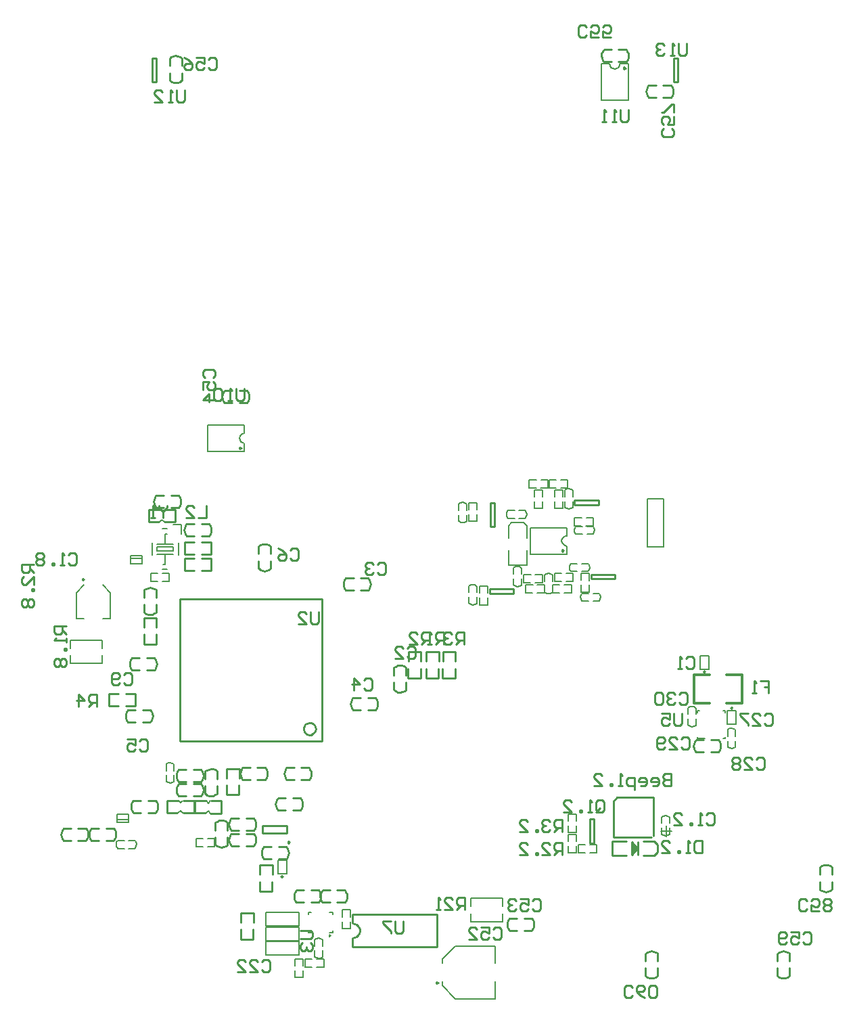
<source format=gbo>
G04*
G04 #@! TF.GenerationSoftware,Altium Limited,Altium Designer,20.1.11 (218)*
G04*
G04 Layer_Color=32896*
%FSLAX25Y25*%
%MOIN*%
G70*
G04*
G04 #@! TF.SameCoordinates,1E5C8DF0-0C21-4807-87EA-DBAC22A10C90*
G04*
G04*
G04 #@! TF.FilePolarity,Positive*
G04*
G01*
G75*
%ADD10C,0.00787*%
%ADD11C,0.01000*%
%ADD12C,0.00800*%
%ADD13C,0.00700*%
%ADD15C,0.01200*%
%ADD79C,0.00600*%
%ADD157C,0.00984*%
D10*
X-41520Y-862D02*
X-42270Y-429D01*
Y-1295D01*
X-41520Y-862D01*
X95868Y428477D02*
X96059Y427521D01*
X96601Y426709D01*
X97412Y426167D01*
X98369Y425977D01*
X99325Y426167D01*
X100136Y426709D01*
X100678Y427521D01*
X100868Y428477D01*
X74800Y196100D02*
X73843Y195910D01*
X73032Y195368D01*
X72490Y194557D01*
X72300Y193600D01*
X72490Y192643D01*
X73032Y191832D01*
X73843Y191290D01*
X74800Y191100D01*
X-84023Y246616D02*
X-84979Y246426D01*
X-85791Y245884D01*
X-86332Y245073D01*
X-86523Y244116D01*
X-86332Y243159D01*
X-85791Y242348D01*
X-84979Y241806D01*
X-84023Y241616D01*
X-166965Y155333D02*
X-163028D01*
X-166965D02*
Y168030D01*
X-163028Y171967D01*
X-153972Y155333D02*
X-150035D01*
Y168030D01*
X-153972Y171967D02*
X-150035Y168030D01*
X-154043Y133181D02*
Y137197D01*
X-169988Y140740D02*
Y144756D01*
X-154043Y140740D02*
Y144756D01*
X-169988Y133181D02*
Y137197D01*
Y144756D02*
X-154043Y144756D01*
X-169988Y133181D02*
X-154043D01*
X-52425Y9638D02*
Y10559D01*
Y716D02*
Y1638D01*
X-40614Y9638D02*
Y10559D01*
Y716D02*
Y1638D01*
X-42020Y10559D02*
X-40614D01*
X-52425D02*
X-51020D01*
X-42020Y716D02*
X-40614D01*
X-52425D02*
X-51020D01*
X-73631Y3347D02*
X-57095D01*
Y-3347D02*
Y3347D01*
X-73631Y-3347D02*
Y3347D01*
Y-3347D02*
X-57095D01*
X43268Y5933D02*
Y9949D01*
X27323Y13492D02*
Y17508D01*
X43268Y13492D02*
Y17508D01*
X27323Y5933D02*
Y9949D01*
Y17508D02*
X43268Y17508D01*
X27323Y5933D02*
X43268D01*
X151795Y96288D02*
X152779D01*
X139197D02*
Y97076D01*
Y96288D02*
X142839D01*
X152779D02*
Y97076D01*
Y109084D02*
Y109871D01*
X151795D02*
X152779D01*
X139197Y109084D02*
Y109871D01*
X139197D02*
X140181D01*
X91957Y428477D02*
X95868D01*
X100905Y428457D02*
X105047D01*
Y410448D02*
Y428457D01*
X91937Y410448D02*
X105047D01*
X91937D02*
Y428457D01*
X55000Y181500D02*
Y189000D01*
X46000Y181500D02*
Y189000D01*
X55000Y195000D02*
Y201000D01*
X46000Y195000D02*
Y201000D01*
Y181500D02*
X55000D01*
X47500Y202500D02*
X53500D01*
X46000Y201000D02*
X47500Y202500D01*
X53500D02*
X55000Y201000D01*
X56771Y200031D02*
X74779D01*
X56771Y186921D02*
Y200031D01*
Y186921D02*
X74779D01*
Y191064D01*
X74800Y196100D02*
Y200011D01*
X-140156Y184980D02*
X-134644Y184980D01*
X-140156Y186161D02*
X-134644D01*
X-140156Y182224D02*
X-134644D01*
Y186161D01*
X-140156Y182224D02*
Y186161D01*
X39429Y-31992D02*
Y-23528D01*
X19941Y-31992D02*
X39429D01*
X13445Y-25496D02*
X19941Y-31992D01*
X13445Y-25496D02*
Y-23528D01*
X39429Y-14472D02*
Y-6008D01*
X19941D02*
X39429D01*
X13445Y-12504D02*
X19941Y-6008D01*
X13445Y-14472D02*
Y-12504D01*
X-73631Y-10346D02*
X-57095D01*
X-73631D02*
Y-3653D01*
X-57095Y-10346D02*
Y-3653D01*
X-73631D02*
X-57095D01*
X-73631Y4050D02*
X-57095D01*
X-73631D02*
Y10743D01*
X-57095Y4050D02*
Y10743D01*
X-73631D02*
X-57095D01*
X-146756Y56168D02*
X-141244Y56168D01*
X-146756Y54987D02*
X-141244D01*
X-146756Y58924D02*
X-141244D01*
X-146756Y54987D02*
Y58924D01*
X-141244Y54987D02*
Y58924D01*
X-102052Y250547D02*
X-84043D01*
X-102052Y237437D02*
Y250547D01*
Y237437D02*
X-84043D01*
Y241580D01*
X-84023Y246616D02*
Y250527D01*
D11*
X-49000Y101000D02*
X-49163Y101974D01*
X-49633Y102843D01*
X-50359Y103512D01*
X-51263Y103908D01*
X-52248Y103990D01*
X-53205Y103747D01*
X-54032Y103207D01*
X-54638Y102428D01*
X-54959Y101494D01*
Y100506D01*
X-54638Y99572D01*
X-54032Y98793D01*
X-53205Y98253D01*
X-52248Y98010D01*
X-51263Y98092D01*
X-50359Y98488D01*
X-49633Y99157D01*
X-49163Y100026D01*
X-49000Y101000D01*
X-34200Y175210D02*
X-34770Y174320D01*
X-35120Y173324D01*
X-35233Y172273D01*
X-35101Y171224D01*
X-34733Y170234D01*
X-34148Y169354D01*
X-23000Y169410D02*
X-22430Y170300D01*
X-22080Y171297D01*
X-21967Y172347D01*
X-22099Y173396D01*
X-22467Y174386D01*
X-23052Y175266D01*
X-77010Y179800D02*
X-76120Y179230D01*
X-75124Y178880D01*
X-74073Y178767D01*
X-73024Y178899D01*
X-72034Y179267D01*
X-71154Y179852D01*
X-71210Y191000D02*
X-72100Y191570D01*
X-73097Y191920D01*
X-74147Y192033D01*
X-75196Y191901D01*
X-76186Y191533D01*
X-77066Y190948D01*
X-128300Y130053D02*
X-127730Y130943D01*
X-127380Y131939D01*
X-127267Y132990D01*
X-127399Y134038D01*
X-127767Y135029D01*
X-128352Y135908D01*
X-139500Y135853D02*
X-140070Y134963D01*
X-140420Y133966D01*
X-140533Y132915D01*
X-140401Y131867D01*
X-140033Y130877D01*
X-139448Y129997D01*
X-130300Y104462D02*
X-129730Y105352D01*
X-129380Y106349D01*
X-129267Y107399D01*
X-129399Y108448D01*
X-129767Y109438D01*
X-130352Y110318D01*
X-141500Y110262D02*
X-142070Y109372D01*
X-142420Y108376D01*
X-142533Y107325D01*
X-142401Y106277D01*
X-142033Y105286D01*
X-141448Y104406D01*
X-52225Y76100D02*
X-51656Y76990D01*
X-51305Y77987D01*
X-51192Y79037D01*
X-51324Y80086D01*
X-51692Y81076D01*
X-52277Y81956D01*
X-63425Y81900D02*
X-63995Y81010D01*
X-64345Y80013D01*
X-64458Y78963D01*
X-64327Y77914D01*
X-63958Y76924D01*
X-63373Y76044D01*
X-30766Y-1925D02*
X-29768Y-1782D01*
X-28850Y-1363D01*
X-28088Y-702D01*
X-27543Y146D01*
X-27259Y1114D01*
Y2122D01*
X-27543Y3090D01*
X-28088Y3939D01*
X-28850Y4599D01*
X-29768Y5018D01*
X-30766Y5161D01*
X138276Y95400D02*
X137707Y94510D01*
X137356Y93513D01*
X137244Y92463D01*
X137375Y91414D01*
X137743Y90424D01*
X138329Y89544D01*
X149476Y89600D02*
X150046Y90490D01*
X150397Y91487D01*
X150509Y92537D01*
X150378Y93586D01*
X150010Y94576D01*
X149424Y95456D01*
X103668Y426377D02*
X102919Y426810D01*
Y425944D01*
X103668Y426377D01*
X73200Y188800D02*
X72450Y189233D01*
Y188367D01*
X73200Y188800D01*
X-10299Y120016D02*
X-9409Y119446D01*
X-8412Y119096D01*
X-7362Y118983D01*
X-6313Y119114D01*
X-5323Y119483D01*
X-4443Y120068D01*
X-4499Y131216D02*
X-5389Y131785D01*
X-6386Y132136D01*
X-7436Y132248D01*
X-8485Y132117D01*
X-9475Y131749D01*
X-10355Y131164D01*
X46374Y7652D02*
X45804Y6762D01*
X45454Y5765D01*
X45341Y4715D01*
X45473Y3666D01*
X45841Y2676D01*
X46426Y1796D01*
X57574Y1852D02*
X58144Y2742D01*
X58494Y3739D01*
X58607Y4789D01*
X58475Y5838D01*
X58107Y6828D01*
X57522Y7708D01*
X-74500Y42788D02*
X-75070Y41898D01*
X-75420Y40901D01*
X-75533Y39851D01*
X-75401Y38802D01*
X-75033Y37812D01*
X-74448Y36932D01*
X-63300Y36988D02*
X-62730Y37878D01*
X-62380Y38875D01*
X-62267Y39925D01*
X-62399Y40974D01*
X-62767Y41964D01*
X-63352Y42844D01*
X-61850Y45180D02*
X-62600Y45613D01*
Y44747D01*
X-61850Y45180D01*
X-56500Y60962D02*
X-55930Y61852D01*
X-55580Y62849D01*
X-55467Y63899D01*
X-55599Y64948D01*
X-55967Y65938D01*
X-56552Y66818D01*
X-67700Y66762D02*
X-68270Y65872D01*
X-68620Y64875D01*
X-68733Y63825D01*
X-68601Y62776D01*
X-68233Y61786D01*
X-67648Y60906D01*
X178600Y-20761D02*
X179490Y-21330D01*
X180487Y-21681D01*
X181537Y-21793D01*
X182586Y-21662D01*
X183576Y-21294D01*
X184456Y-20708D01*
X184400Y-9561D02*
X183510Y-8991D01*
X182513Y-8640D01*
X181463Y-8528D01*
X180414Y-8659D01*
X179424Y-9027D01*
X178544Y-9613D01*
X113600Y-20761D02*
X114490Y-21330D01*
X115487Y-21681D01*
X116537Y-21793D01*
X117586Y-21662D01*
X118576Y-21294D01*
X119456Y-20708D01*
X119400Y-9561D02*
X118510Y-8991D01*
X117513Y-8640D01*
X116463Y-8528D01*
X115414Y-8659D01*
X114424Y-9027D01*
X113544Y-9613D01*
X-116500Y210100D02*
X-115930Y210990D01*
X-115580Y211987D01*
X-115467Y213037D01*
X-115599Y214086D01*
X-115967Y215076D01*
X-116552Y215956D01*
X-127700Y215900D02*
X-128270Y215010D01*
X-128620Y214013D01*
X-128733Y212963D01*
X-128601Y211914D01*
X-128233Y210924D01*
X-127648Y210044D01*
X-116575Y73748D02*
X-117145Y72858D01*
X-117495Y71862D01*
X-117607Y70811D01*
X-117476Y69762D01*
X-117108Y68772D01*
X-116523Y67893D01*
X-105375Y67948D02*
X-104805Y68838D01*
X-104455Y69835D01*
X-104342Y70886D01*
X-104473Y71934D01*
X-104842Y72924D01*
X-105427Y73804D01*
X-116575Y80900D02*
X-117145Y80010D01*
X-117495Y79013D01*
X-117607Y77963D01*
X-117476Y76914D01*
X-117108Y75924D01*
X-116523Y75044D01*
X-105375Y75100D02*
X-104805Y75990D01*
X-104455Y76987D01*
X-104342Y78037D01*
X-104473Y79086D01*
X-104842Y80076D01*
X-105427Y80956D01*
X-103340Y69000D02*
X-102450Y68430D01*
X-101453Y68080D01*
X-100403Y67967D01*
X-99354Y68099D01*
X-98364Y68467D01*
X-97484Y69052D01*
X-97540Y80200D02*
X-98430Y80770D01*
X-99427Y81120D01*
X-100477Y81233D01*
X-101526Y81101D01*
X-102516Y80733D01*
X-103396Y80148D01*
X-101500Y196100D02*
X-100930Y196990D01*
X-100580Y197987D01*
X-100467Y199037D01*
X-100599Y200086D01*
X-100967Y201076D01*
X-101552Y201956D01*
X-112700Y201900D02*
X-113270Y201010D01*
X-113620Y200013D01*
X-113733Y198963D01*
X-113601Y197914D01*
X-113233Y196924D01*
X-112648Y196044D01*
X-34567Y15600D02*
X-33997Y16490D01*
X-33647Y17487D01*
X-33534Y18537D01*
X-33665Y19586D01*
X-34034Y20576D01*
X-34619Y21456D01*
X-45767Y21400D02*
X-46337Y20510D01*
X-46687Y19513D01*
X-46800Y18463D01*
X-46668Y17414D01*
X-46300Y16424D01*
X-45715Y15544D01*
X-47400Y15600D02*
X-46830Y16490D01*
X-46480Y17487D01*
X-46367Y18537D01*
X-46499Y19586D01*
X-46867Y20576D01*
X-47452Y21456D01*
X-58600Y21400D02*
X-59170Y20510D01*
X-59520Y19513D01*
X-59633Y18463D01*
X-59501Y17414D01*
X-59133Y16424D01*
X-58548Y15544D01*
X199600Y21739D02*
X200490Y21170D01*
X201487Y20819D01*
X202537Y20707D01*
X203586Y20838D01*
X204576Y21206D01*
X205456Y21792D01*
X205400Y32939D02*
X204510Y33509D01*
X203513Y33860D01*
X202463Y33972D01*
X201414Y33841D01*
X200424Y33473D01*
X199544Y32887D01*
X-85079Y81900D02*
X-85648Y81010D01*
X-85999Y80013D01*
X-86111Y78963D01*
X-85980Y77914D01*
X-85612Y76924D01*
X-85027Y76044D01*
X-73879Y76100D02*
X-73309Y76990D01*
X-72959Y77987D01*
X-72846Y79037D01*
X-72977Y80086D01*
X-73346Y81076D01*
X-73931Y81956D01*
X-19503Y110368D02*
X-18933Y111258D01*
X-18583Y112254D01*
X-18470Y113305D01*
X-18602Y114354D01*
X-18970Y115344D01*
X-19555Y116223D01*
X-30703Y116168D02*
X-31273Y115278D01*
X-31623Y114281D01*
X-31736Y113230D01*
X-31604Y112182D01*
X-31236Y111192D01*
X-30651Y110312D01*
X-127600Y169512D02*
X-128490Y170081D01*
X-129487Y170432D01*
X-130537Y170545D01*
X-131586Y170413D01*
X-132576Y170045D01*
X-133456Y169460D01*
X-133400Y158312D02*
X-132510Y157742D01*
X-131513Y157392D01*
X-130463Y157279D01*
X-129414Y157410D01*
X-128424Y157779D01*
X-127544Y158364D01*
X-79500Y51100D02*
X-78930Y51990D01*
X-78580Y52987D01*
X-78467Y54037D01*
X-78599Y55086D01*
X-78967Y56076D01*
X-79552Y56956D01*
X-90700Y56900D02*
X-91270Y56010D01*
X-91620Y55013D01*
X-91733Y53963D01*
X-91601Y52914D01*
X-91233Y51924D01*
X-90648Y51044D01*
X-79500Y43514D02*
X-78930Y44404D01*
X-78580Y45401D01*
X-78467Y46451D01*
X-78599Y47500D01*
X-78967Y48490D01*
X-79552Y49370D01*
X-90700Y49314D02*
X-91270Y48424D01*
X-91620Y47427D01*
X-91733Y46377D01*
X-91601Y45328D01*
X-91233Y44338D01*
X-90648Y43458D01*
X-159600Y51932D02*
X-160170Y51042D01*
X-160520Y50045D01*
X-160633Y48994D01*
X-160501Y47946D01*
X-160133Y46955D01*
X-159548Y46076D01*
X-148400Y46132D02*
X-147830Y47022D01*
X-147480Y48018D01*
X-147367Y49069D01*
X-147499Y50117D01*
X-147867Y51108D01*
X-148452Y51987D01*
X-92511Y54893D02*
X-93401Y55463D01*
X-94398Y55813D01*
X-95448Y55926D01*
X-96497Y55795D01*
X-97487Y55426D01*
X-98367Y54841D01*
X-98311Y43693D02*
X-97421Y43123D01*
X-96424Y42773D01*
X-95374Y42660D01*
X-94325Y42792D01*
X-93335Y43160D01*
X-92455Y43745D01*
X-173316Y51932D02*
X-173886Y51042D01*
X-174236Y50045D01*
X-174349Y48994D01*
X-174217Y47946D01*
X-173849Y46955D01*
X-173264Y46076D01*
X-162116Y46132D02*
X-161546Y47022D01*
X-161196Y48018D01*
X-161083Y49069D01*
X-161215Y50117D01*
X-161583Y51108D01*
X-162168Y51987D01*
X-127753Y59862D02*
X-127183Y60752D01*
X-126833Y61749D01*
X-126720Y62800D01*
X-126852Y63848D01*
X-127220Y64838D01*
X-127805Y65718D01*
X-138953Y65662D02*
X-139523Y64772D01*
X-139873Y63776D01*
X-139986Y62725D01*
X-139854Y61677D01*
X-139486Y60686D01*
X-138901Y59807D01*
X126172Y412100D02*
X126742Y412990D01*
X127093Y413987D01*
X127205Y415037D01*
X127074Y416086D01*
X126706Y417076D01*
X126120Y417956D01*
X114972Y417900D02*
X114403Y417010D01*
X114052Y416013D01*
X113940Y414963D01*
X114071Y413914D01*
X114439Y412924D01*
X115025Y412044D01*
X-94027Y267400D02*
X-94596Y266510D01*
X-94947Y265513D01*
X-95060Y264463D01*
X-94928Y263414D01*
X-94560Y262424D01*
X-93975Y261544D01*
X-82827Y261600D02*
X-82257Y262490D01*
X-81907Y263487D01*
X-81794Y264537D01*
X-81925Y265586D01*
X-82294Y266576D01*
X-82879Y267456D01*
X-115100Y431440D02*
X-115990Y432010D01*
X-116987Y432360D01*
X-118037Y432473D01*
X-119086Y432342D01*
X-120076Y431973D01*
X-120956Y431388D01*
X-120900Y420240D02*
X-120010Y419670D01*
X-119013Y419320D01*
X-117963Y419207D01*
X-116914Y419339D01*
X-115924Y419707D01*
X-115044Y420292D01*
X92900Y435400D02*
X92330Y434510D01*
X91980Y433513D01*
X91867Y432463D01*
X91999Y431414D01*
X92367Y430424D01*
X92952Y429544D01*
X104100Y429600D02*
X104670Y430490D01*
X105020Y431487D01*
X105133Y432537D01*
X105001Y433586D01*
X104633Y434576D01*
X104048Y435456D01*
X-85623Y239316D02*
X-86373Y239749D01*
Y238883D01*
X-85623Y239316D01*
X-129563Y419594D02*
X-127437D01*
X-129563Y431405D02*
X-127437D01*
Y419594D02*
Y431405D01*
X-129563Y419594D02*
Y431405D01*
X-46000Y94993D02*
Y165000D01*
X-116000Y94993D02*
X-46000D01*
X-116000D02*
Y165000D01*
X-46000D01*
X-26800Y169310D02*
X-23100D01*
X-26800Y175310D02*
X-23100D01*
X-34100D02*
X-30300D01*
X-34000Y169310D02*
X-30300D01*
X-118129Y203000D02*
Y209000D01*
X-131229Y203000D02*
Y209100D01*
X-123389Y203000D02*
X-118129D01*
X-123369Y209000D02*
X-118129D01*
X-131229Y209100D02*
X-125959D01*
X-131229Y203000D02*
X-126219D01*
X-71110Y187200D02*
Y190900D01*
X-77110Y187200D02*
Y190900D01*
Y179900D02*
Y183700D01*
X-71110Y180000D02*
Y183700D01*
X-133500Y142738D02*
X-127500D01*
X-133500Y155638D02*
X-127400D01*
X-133500Y142738D02*
Y147438D01*
X-127500Y142738D02*
Y147438D01*
X-127400Y150938D02*
Y155638D01*
X-133500Y150938D02*
Y155638D01*
X-139400Y135953D02*
X-135700D01*
X-139400Y129953D02*
X-135700D01*
X-132200D02*
X-128400D01*
X-132200Y135953D02*
X-128500D01*
X-137877Y112236D02*
Y118236D01*
X-150777Y112236D02*
Y118336D01*
X-142577Y112236D02*
X-137877D01*
X-142577Y118236D02*
X-137877D01*
X-150777Y118336D02*
X-146077D01*
X-150777Y112236D02*
X-146077D01*
X-141400Y110362D02*
X-137700D01*
X-141400Y104362D02*
X-137700D01*
X-134200D02*
X-130400D01*
X-134200Y110362D02*
X-130500D01*
X-63325Y82000D02*
X-59625D01*
X-63325Y76000D02*
X-59625D01*
X-56125D02*
X-52325D01*
X-56125Y82000D02*
X-52425D01*
X-92730Y68472D02*
X-86730D01*
X-92730Y81372D02*
X-86630D01*
X-92730Y68472D02*
Y73172D01*
X-86730Y68472D02*
Y73172D01*
X-86630Y76672D02*
Y81372D01*
X-92730Y76672D02*
Y81372D01*
X-108993Y59500D02*
Y65500D01*
X-122093Y59500D02*
Y65600D01*
X-114253Y59500D02*
X-108993D01*
X-114233Y65500D02*
X-108993D01*
X-122093Y65600D02*
X-116823D01*
X-122093Y59500D02*
X-117083D01*
X-76374Y20940D02*
X-70374D01*
X-76374Y33839D02*
X-70274D01*
X-76374Y20940D02*
Y25640D01*
X-70374Y20940D02*
Y25640D01*
X-70274Y29140D02*
Y33839D01*
X-76374Y29140D02*
Y33839D01*
X-85689Y-2586D02*
X-79689D01*
X-85689Y10314D02*
X-79589D01*
X-85689Y-2586D02*
Y2114D01*
X-79689Y-2586D02*
Y2114D01*
X-79589Y5614D02*
Y10314D01*
X-85689Y5614D02*
Y10314D01*
X-30905Y5161D02*
Y9454D01*
X10961D01*
Y-6379D02*
Y9454D01*
X-30766Y-6379D02*
X10961D01*
X-30766D02*
Y-1925D01*
X145676Y89500D02*
X149376D01*
X145676Y95500D02*
X149376D01*
X138376D02*
X142176D01*
X138476Y89500D02*
X142176D01*
X127437Y431405D02*
X129563D01*
X127437Y419594D02*
X129563D01*
X127437D02*
Y431405D01*
X129563Y419594D02*
Y431405D01*
X86695Y174894D02*
Y177020D01*
X98506Y174894D02*
Y177020D01*
X86695Y174894D02*
X98506D01*
X86695Y177020D02*
X98506D01*
X36696Y167752D02*
Y169878D01*
X48507Y167752D02*
Y169878D01*
X36696Y167752D02*
X48507D01*
X36696Y169878D02*
X48507D01*
X78594Y211409D02*
Y213535D01*
X90405Y211409D02*
Y213535D01*
X78594Y211409D02*
X90405D01*
X78594Y213535D02*
X90405D01*
X37010Y212374D02*
X39136D01*
X37010Y200563D02*
X39136D01*
X37010D02*
Y212374D01*
X39136Y200563D02*
Y212374D01*
X-10399Y127316D02*
Y131016D01*
X-4399Y127316D02*
Y131116D01*
Y120116D02*
Y123816D01*
X-10399Y120116D02*
Y123816D01*
X5629Y134247D02*
Y138947D01*
X11728Y134247D02*
Y138947D01*
X11628Y126047D02*
Y130747D01*
X5629Y126047D02*
Y130747D01*
Y138947D02*
X11728D01*
X5629Y126047D02*
X11628D01*
X2702D02*
Y130747D01*
X-3398Y126047D02*
Y130747D01*
X-3298Y134247D02*
Y138947D01*
X2702Y134247D02*
Y138947D01*
X-3398Y126047D02*
X2702D01*
X-3298Y138947D02*
X2702D01*
X19700Y126047D02*
Y130747D01*
X13600Y126047D02*
Y130747D01*
X13700Y134247D02*
Y138947D01*
X19700Y134247D02*
Y138947D01*
X13600Y126047D02*
X19700D01*
X13700Y138947D02*
X19700D01*
X53674Y7752D02*
X57374D01*
X53674Y1752D02*
X57474D01*
X46474D02*
X50174D01*
X46474Y7752D02*
X50174D01*
X-67200Y42888D02*
X-63500D01*
X-67200Y36888D02*
X-63400D01*
X-74400D02*
X-70700D01*
X-74400Y42888D02*
X-70700D01*
X-75146Y49708D02*
Y53251D01*
X-63335Y49708D02*
Y53251D01*
X-75146Y49708D02*
X-63335D01*
X-75146Y53251D02*
X-63335D01*
X-67500Y60862D02*
X-63800D01*
X-67600Y66862D02*
X-63800D01*
X-60300D02*
X-56600D01*
X-60300Y60862D02*
X-56600D01*
X184500Y-13361D02*
Y-9661D01*
X178500Y-13361D02*
Y-9661D01*
Y-20661D02*
Y-16860D01*
X184500Y-20561D02*
Y-16860D01*
X119500Y-13361D02*
Y-9661D01*
X113500Y-13361D02*
Y-9661D01*
Y-20661D02*
Y-16860D01*
X119500Y-20561D02*
Y-16860D01*
X-127500Y210000D02*
X-123800D01*
X-127600Y216000D02*
X-123800D01*
X-120300D02*
X-116600D01*
X-120300Y210000D02*
X-116600D01*
X-109275Y73848D02*
X-105575D01*
X-109275Y67848D02*
X-105475D01*
X-116475D02*
X-112775D01*
X-116475Y73848D02*
X-112775D01*
X-109275Y81000D02*
X-105575D01*
X-109275Y75000D02*
X-105475D01*
X-116475D02*
X-112775D01*
X-116475Y81000D02*
X-112775D01*
X-100428Y65500D02*
X-95418D01*
X-100688Y59400D02*
X-95418D01*
X-108518Y59500D02*
X-103278D01*
X-108518Y65500D02*
X-103258D01*
X-95418Y59400D02*
Y65500D01*
X-108518Y59500D02*
Y65500D01*
X-103440Y76300D02*
Y80000D01*
X-97440Y76300D02*
Y80100D01*
Y69100D02*
Y72800D01*
X-103440Y69100D02*
Y72800D01*
X-112500Y196000D02*
X-108800D01*
X-112600Y202000D02*
X-108800D01*
X-105300D02*
X-101600D01*
X-105300Y196000D02*
X-101600D01*
X-113500Y187000D02*
X-108800D01*
X-113500Y193100D02*
X-108800D01*
X-105300Y193000D02*
X-100600D01*
X-105300Y187000D02*
X-100600D01*
X-113500D02*
Y193100D01*
X-100600Y187000D02*
Y193000D01*
X-45567Y15500D02*
X-41867D01*
X-45667Y21500D02*
X-41867D01*
X-38367D02*
X-34667D01*
X-38367Y15500D02*
X-34667D01*
X-58400D02*
X-54700D01*
X-58500Y21500D02*
X-54700D01*
X-51200D02*
X-47500D01*
X-51200Y15500D02*
X-47500D01*
X205500Y29140D02*
Y32840D01*
X199500Y29140D02*
Y32840D01*
Y21839D02*
Y25640D01*
X205500Y21939D02*
Y25640D01*
X97670Y47605D02*
Y65323D01*
X99637Y67290D01*
X117355D01*
X97670Y47605D02*
X116568D01*
X117355Y48392D02*
Y67290D01*
X108301Y42000D02*
Y43000D01*
Y41000D02*
Y42000D01*
Y41000D02*
X109301Y42000D01*
X107401Y43700D02*
X109301Y42000D01*
X107301Y39800D02*
X107401Y43700D01*
X119501Y40200D02*
Y43800D01*
X117801Y38500D02*
X119501Y40200D01*
X112551Y38500D02*
X117801D01*
X112551Y45500D02*
X117801D01*
X119501Y43800D01*
X109861Y38830D02*
Y45310D01*
X97301Y38500D02*
Y45500D01*
X104051D01*
X97301Y38500D02*
X104051D01*
X106661Y38950D02*
X109861Y42150D01*
X106661Y38950D02*
Y45120D01*
X109701Y42080D01*
X86066Y56466D02*
X88191D01*
X86066Y44655D02*
X88191D01*
X86066D02*
Y56466D01*
X88191Y44655D02*
Y56466D01*
X-77779Y82000D02*
X-74079D01*
X-77779Y76000D02*
X-73979D01*
X-84979D02*
X-81279D01*
X-84979Y82000D02*
X-81279D01*
X-30503Y110268D02*
X-26803D01*
X-30603Y116268D02*
X-26803D01*
X-23303D02*
X-19603D01*
X-23303Y110268D02*
X-19603D01*
X-127500Y158512D02*
Y162212D01*
X-133500Y158412D02*
Y162212D01*
Y165712D02*
Y169412D01*
X-127500Y165712D02*
Y169412D01*
X-90500Y51000D02*
X-86800D01*
X-90600Y57000D02*
X-86800D01*
X-83300D02*
X-79600D01*
X-83300Y51000D02*
X-79600D01*
X-90500Y43414D02*
X-86800D01*
X-90600Y49414D02*
X-86800D01*
X-83300D02*
X-79600D01*
X-83300Y43414D02*
X-79600D01*
X-152300Y52032D02*
X-148600D01*
X-152300Y46032D02*
X-148500D01*
X-159500D02*
X-155800D01*
X-159500Y52032D02*
X-155800D01*
X-92411Y43893D02*
Y47593D01*
X-98411Y43793D02*
Y47593D01*
Y51093D02*
Y54793D01*
X-92411Y51093D02*
Y54793D01*
X-166016Y52032D02*
X-162316D01*
X-166016Y46032D02*
X-162216D01*
X-173216D02*
X-169516D01*
X-173216Y52032D02*
X-169516D01*
X-138753Y59762D02*
X-135053D01*
X-138853Y65762D02*
X-135053D01*
X-131553D02*
X-127853D01*
X-131553Y59762D02*
X-127853D01*
X-105300Y185000D02*
X-100600D01*
X-105300Y178900D02*
X-100600D01*
X-113500Y179000D02*
X-108800D01*
X-113500Y185000D02*
X-108800D01*
X-100600Y178900D02*
Y185000D01*
X-113500Y179000D02*
Y185000D01*
X115072Y418000D02*
X118772D01*
X115072Y412000D02*
X118772D01*
X122272D02*
X126072D01*
X122272Y418000D02*
X125972D01*
X-86627Y261500D02*
X-82927D01*
X-86627Y267500D02*
X-82927D01*
X-93927D02*
X-90127D01*
X-93827Y261500D02*
X-90127D01*
X-121000Y420340D02*
Y424040D01*
X-115000Y420340D02*
Y424040D01*
Y427540D02*
Y431340D01*
X-121000Y427540D02*
Y431240D01*
X100300Y429500D02*
X104000D01*
X100300Y435500D02*
X104000D01*
X93000D02*
X96800D01*
X93100Y429500D02*
X96800D01*
X-113502Y415499D02*
Y410501D01*
X-114502Y409501D01*
X-116501D01*
X-117501Y410501D01*
Y415499D01*
X-119501Y409501D02*
X-121500D01*
X-120500D01*
Y415499D01*
X-119501Y414499D01*
X-128498Y409501D02*
X-124499D01*
X-128498Y413500D01*
Y414499D01*
X-127498Y415499D01*
X-125499D01*
X-124499Y414499D01*
X-47427Y158637D02*
Y153638D01*
X-48426Y152639D01*
X-50426D01*
X-51425Y153638D01*
Y158637D01*
X-57424Y152639D02*
X-53425D01*
X-57424Y156638D01*
Y157637D01*
X-56424Y158637D01*
X-54425D01*
X-53425Y157637D01*
X-18503Y181799D02*
X-17504Y182799D01*
X-15504D01*
X-14505Y181799D01*
Y177801D01*
X-15504Y176801D01*
X-17504D01*
X-18503Y177801D01*
X-20503Y181799D02*
X-21502Y182799D01*
X-23502D01*
X-24501Y181799D01*
Y180800D01*
X-23502Y179800D01*
X-22502D01*
X-23502D01*
X-24501Y178800D01*
Y177801D01*
X-23502Y176801D01*
X-21502D01*
X-20503Y177801D01*
X-103002Y210898D02*
Y204900D01*
X-107000D01*
X-112998D02*
X-109000D01*
X-112998Y208899D01*
Y209898D01*
X-111999Y210898D01*
X-109999D01*
X-109000Y209898D01*
X-61500Y188999D02*
X-60501Y189999D01*
X-58501D01*
X-57502Y188999D01*
Y185001D01*
X-58501Y184001D01*
X-60501D01*
X-61500Y185001D01*
X-67498Y189999D02*
X-65499Y188999D01*
X-63500Y187000D01*
Y185001D01*
X-64499Y184001D01*
X-66499D01*
X-67498Y185001D01*
Y186000D01*
X-66499Y187000D01*
X-63500D01*
X-188001Y181997D02*
X-193999D01*
Y178998D01*
X-192999Y177998D01*
X-191000D01*
X-190000Y178998D01*
Y181997D01*
Y179997D02*
X-188001Y177998D01*
Y172000D02*
Y175998D01*
X-192000Y172000D01*
X-192999D01*
X-193999Y173000D01*
Y174999D01*
X-192999Y175998D01*
X-188001Y170001D02*
X-189001D01*
Y169001D01*
X-188001D01*
Y170001D01*
X-192999Y165002D02*
X-193999Y164002D01*
Y162003D01*
X-192999Y161003D01*
X-192000D01*
X-191000Y162003D01*
X-190000Y161003D01*
X-189001D01*
X-188001Y162003D01*
Y164002D01*
X-189001Y165002D01*
X-190000D01*
X-191000Y164002D01*
X-192000Y165002D01*
X-192999D01*
X-191000Y164002D02*
Y162003D01*
X-171002Y186499D02*
X-170002Y187499D01*
X-168003D01*
X-167003Y186499D01*
Y182501D01*
X-168003Y181501D01*
X-170002D01*
X-171002Y182501D01*
X-173001Y181501D02*
X-175001D01*
X-174001D01*
Y187499D01*
X-173001Y186499D01*
X-178000Y181501D02*
Y182501D01*
X-178999D01*
Y181501D01*
X-178000D01*
X-182998Y186499D02*
X-183998Y187499D01*
X-185997D01*
X-186997Y186499D01*
Y185500D01*
X-185997Y184500D01*
X-186997Y183500D01*
Y182501D01*
X-185997Y181501D01*
X-183998D01*
X-182998Y182501D01*
Y183500D01*
X-183998Y184500D01*
X-182998Y185500D01*
Y186499D01*
X-183998Y184500D02*
X-185997D01*
X-172001Y151497D02*
X-177999D01*
Y148498D01*
X-176999Y147498D01*
X-175000D01*
X-174000Y148498D01*
Y151497D01*
Y149497D02*
X-172001Y147498D01*
Y145499D02*
Y143499D01*
Y144499D01*
X-177999D01*
X-176999Y145499D01*
X-172001Y140500D02*
X-173001D01*
Y139501D01*
X-172001D01*
Y140500D01*
X-176999Y135502D02*
X-177999Y134502D01*
Y132503D01*
X-176999Y131503D01*
X-176000D01*
X-175000Y132503D01*
X-174000Y131503D01*
X-173001D01*
X-172001Y132503D01*
Y134502D01*
X-173001Y135502D01*
X-174000D01*
X-175000Y134502D01*
X-176000Y135502D01*
X-176999D01*
X-175000Y134502D02*
Y132503D01*
X-143500Y127499D02*
X-142501Y128499D01*
X-140501D01*
X-139502Y127499D01*
Y123501D01*
X-140501Y122501D01*
X-142501D01*
X-143500Y123501D01*
X-145500D02*
X-146499Y122501D01*
X-148499D01*
X-149498Y123501D01*
Y127499D01*
X-148499Y128499D01*
X-146499D01*
X-145500Y127499D01*
Y126500D01*
X-146499Y125500D01*
X-149498D01*
X-157002Y112001D02*
Y117999D01*
X-160001D01*
X-161000Y116999D01*
Y115000D01*
X-160001Y114000D01*
X-157002D01*
X-159001D02*
X-161000Y112001D01*
X-165999D02*
Y117999D01*
X-163000Y115000D01*
X-166998D01*
X-136000Y94999D02*
X-135001Y95999D01*
X-133001D01*
X-132002Y94999D01*
Y91001D01*
X-133001Y90001D01*
X-135001D01*
X-136000Y91001D01*
X-141998Y95999D02*
X-138000D01*
Y93000D01*
X-139999Y94000D01*
X-140999D01*
X-141998Y93000D01*
Y91001D01*
X-140999Y90001D01*
X-138999D01*
X-138000Y91001D01*
X-56499Y1652D02*
X-51501D01*
X-50501Y652D01*
Y-1347D01*
X-51501Y-2347D01*
X-56499D01*
X-55499Y-4346D02*
X-56499Y-5346D01*
Y-7345D01*
X-55499Y-8345D01*
X-54500D01*
X-53500Y-7345D01*
Y-6346D01*
Y-7345D01*
X-52500Y-8345D01*
X-51501D01*
X-50501Y-7345D01*
Y-5346D01*
X-51501Y-4346D01*
X-6002Y6346D02*
Y1347D01*
X-7001Y347D01*
X-9001D01*
X-10000Y1347D01*
Y6346D01*
X-12000D02*
X-15998D01*
Y5346D01*
X-12000Y1347D01*
Y347D01*
X24498Y11778D02*
Y17776D01*
X21499D01*
X20499Y16777D01*
Y14777D01*
X21499Y13778D01*
X24498D01*
X22498D02*
X20499Y11778D01*
X14501D02*
X18500D01*
X14501Y15777D01*
Y16777D01*
X15501Y17776D01*
X17500D01*
X18500Y16777D01*
X12502Y11778D02*
X10502D01*
X11502D01*
Y17776D01*
X12502Y16777D01*
X143599Y58465D02*
X144599Y59465D01*
X146598D01*
X147598Y58465D01*
Y54466D01*
X146598Y53467D01*
X144599D01*
X143599Y54466D01*
X141600Y53467D02*
X139600D01*
X140600D01*
Y59465D01*
X141600Y58465D01*
X136601Y53467D02*
Y54466D01*
X135602D01*
Y53467D01*
X136601D01*
X127604D02*
X131603D01*
X127604Y57465D01*
Y58465D01*
X128604Y59465D01*
X130603D01*
X131603Y58465D01*
X130175Y117999D02*
X131175Y118999D01*
X133174D01*
X134174Y117999D01*
Y114001D01*
X133174Y113001D01*
X131175D01*
X130175Y114001D01*
X128176Y117999D02*
X127176Y118999D01*
X125177D01*
X124177Y117999D01*
Y117000D01*
X125177Y116000D01*
X126177D01*
X125177D01*
X124177Y115000D01*
Y114001D01*
X125177Y113001D01*
X127176D01*
X128176Y114001D01*
X122178Y117999D02*
X121178Y118999D01*
X119179D01*
X118179Y117999D01*
Y114001D01*
X119179Y113001D01*
X121178D01*
X122178Y114001D01*
Y117999D01*
X131405Y108499D02*
Y103501D01*
X130405Y102501D01*
X128406D01*
X127406Y103501D01*
Y108499D01*
X121408D02*
X125407D01*
Y105500D01*
X123408Y106500D01*
X122408D01*
X121408Y105500D01*
Y103501D01*
X122408Y102501D01*
X124407D01*
X125407Y103501D01*
X130999Y95999D02*
X131998Y96999D01*
X133998D01*
X134997Y95999D01*
Y92001D01*
X133998Y91001D01*
X131998D01*
X130999Y92001D01*
X125001Y91001D02*
X128999D01*
X125001Y95000D01*
Y95999D01*
X126000Y96999D01*
X128000D01*
X128999Y95999D01*
X123001Y92001D02*
X122002Y91001D01*
X120002D01*
X119003Y92001D01*
Y95999D01*
X120002Y96999D01*
X122002D01*
X123001Y95999D01*
Y95000D01*
X122002Y94000D01*
X119003D01*
X133500Y135499D02*
X134500Y136499D01*
X136499D01*
X137499Y135499D01*
Y131501D01*
X136499Y130501D01*
X134500D01*
X133500Y131501D01*
X131501Y130501D02*
X129501D01*
X130501D01*
Y136499D01*
X131501Y135499D01*
X170000Y124499D02*
X173999D01*
Y121500D01*
X171999D01*
X173999D01*
Y118501D01*
X168001D02*
X166001D01*
X167001D01*
Y124499D01*
X168001Y123499D01*
X167999Y85999D02*
X168998Y86999D01*
X170998D01*
X171997Y85999D01*
Y82001D01*
X170998Y81001D01*
X168998D01*
X167999Y82001D01*
X162001Y81001D02*
X165999D01*
X162001Y85000D01*
Y85999D01*
X163000Y86999D01*
X165000D01*
X165999Y85999D01*
X160001D02*
X159002Y86999D01*
X157002D01*
X156003Y85999D01*
Y85000D01*
X157002Y84000D01*
X156003Y83000D01*
Y82001D01*
X157002Y81001D01*
X159002D01*
X160001Y82001D01*
Y83000D01*
X159002Y84000D01*
X160001Y85000D01*
Y85999D01*
X159002Y84000D02*
X157002D01*
X171999Y107499D02*
X172998Y108499D01*
X174998D01*
X175997Y107499D01*
Y103501D01*
X174998Y102501D01*
X172998D01*
X171999Y103501D01*
X166001Y102501D02*
X169999D01*
X166001Y106500D01*
Y107499D01*
X167000Y108499D01*
X169000D01*
X169999Y107499D01*
X164001Y108499D02*
X160003D01*
Y107499D01*
X164001Y103501D01*
Y102501D01*
X133670Y438499D02*
Y433501D01*
X132670Y432501D01*
X130671D01*
X129671Y433501D01*
Y438499D01*
X127672Y432501D02*
X125673D01*
X126672D01*
Y438499D01*
X127672Y437499D01*
X122674D02*
X121674Y438499D01*
X119675D01*
X118675Y437499D01*
Y436500D01*
X119675Y435500D01*
X120674D01*
X119675D01*
X118675Y434500D01*
Y433501D01*
X119675Y432501D01*
X121674D01*
X122674Y433501D01*
X104998Y405999D02*
Y401001D01*
X103998Y400001D01*
X101999D01*
X100999Y401001D01*
Y405999D01*
X99000Y400001D02*
X97000D01*
X98000D01*
Y405999D01*
X99000Y404999D01*
X94001Y400001D02*
X92002D01*
X93002D01*
Y405999D01*
X94001Y404999D01*
X106998Y-30298D02*
X105998Y-31298D01*
X103999D01*
X102999Y-30298D01*
Y-26300D01*
X103999Y-25300D01*
X105998D01*
X106998Y-26300D01*
X112996Y-31298D02*
X110996Y-30298D01*
X108997Y-28299D01*
Y-26300D01*
X109997Y-25300D01*
X111996D01*
X112996Y-26300D01*
Y-27299D01*
X111996Y-28299D01*
X108997D01*
X114995Y-30298D02*
X115995Y-31298D01*
X117994D01*
X118994Y-30298D01*
Y-26300D01*
X117994Y-25300D01*
X115995D01*
X114995Y-26300D01*
Y-30298D01*
X191002Y-23D02*
X192002Y977D01*
X194001D01*
X195001Y-23D01*
Y-4021D01*
X194001Y-5021D01*
X192002D01*
X191002Y-4021D01*
X185004Y977D02*
X189003D01*
Y-2022D01*
X187004Y-1022D01*
X186004D01*
X185004Y-2022D01*
Y-4021D01*
X186004Y-5021D01*
X188003D01*
X189003Y-4021D01*
X183005D02*
X182005Y-5021D01*
X180006D01*
X179006Y-4021D01*
Y-23D01*
X180006Y977D01*
X182005D01*
X183005Y-23D01*
Y-1022D01*
X182005Y-2022D01*
X179006D01*
X192998Y12202D02*
X191998Y11202D01*
X189999D01*
X188999Y12202D01*
Y16200D01*
X189999Y17200D01*
X191998D01*
X192998Y16200D01*
X198996Y11202D02*
X194997D01*
Y14201D01*
X196996Y13201D01*
X197996D01*
X198996Y14201D01*
Y16200D01*
X197996Y17200D01*
X195997D01*
X194997Y16200D01*
X200995Y12202D02*
X201995Y11202D01*
X203994D01*
X204994Y12202D01*
Y13201D01*
X203994Y14201D01*
X204994Y15201D01*
Y16200D01*
X203994Y17200D01*
X201995D01*
X200995Y16200D01*
Y15201D01*
X201995Y14201D01*
X200995Y13201D01*
Y12202D01*
X201995Y14201D02*
X203994D01*
X126499Y396501D02*
X127499Y395502D01*
Y393502D01*
X126499Y392503D01*
X122501D01*
X121501Y393502D01*
Y395502D01*
X122501Y396501D01*
X127499Y402499D02*
Y398501D01*
X124500D01*
X125500Y400500D01*
Y401500D01*
X124500Y402499D01*
X122501D01*
X121501Y401500D01*
Y399500D01*
X122501Y398501D01*
X127499Y404499D02*
Y408497D01*
X126499D01*
X122501Y404499D01*
X121501D01*
X-102001Y430499D02*
X-101002Y431499D01*
X-99002D01*
X-98003Y430499D01*
Y426501D01*
X-99002Y425501D01*
X-101002D01*
X-102001Y426501D01*
X-107999Y431499D02*
X-104001D01*
Y428500D01*
X-106000Y429500D01*
X-107000D01*
X-107999Y428500D01*
Y426501D01*
X-107000Y425501D01*
X-105000D01*
X-104001Y426501D01*
X-113997Y431499D02*
X-111998Y430499D01*
X-109999Y428500D01*
Y426501D01*
X-110998Y425501D01*
X-112998D01*
X-113997Y426501D01*
Y427500D01*
X-112998Y428500D01*
X-109999D01*
X84501Y442501D02*
X83502Y441501D01*
X81502D01*
X80503Y442501D01*
Y446499D01*
X81502Y447499D01*
X83502D01*
X84501Y446499D01*
X90499Y441501D02*
X86501D01*
Y444500D01*
X88500Y443500D01*
X89500D01*
X90499Y444500D01*
Y446499D01*
X89500Y447499D01*
X87500D01*
X86501Y446499D01*
X96497Y441501D02*
X92499D01*
Y444500D01*
X94498Y443500D01*
X95498D01*
X96497Y444500D01*
Y446499D01*
X95498Y447499D01*
X93498D01*
X92499Y446499D01*
X-103525Y274001D02*
X-104525Y275001D01*
Y277000D01*
X-103525Y278000D01*
X-99526D01*
X-98527Y277000D01*
Y275001D01*
X-99526Y274001D01*
X-104525Y268003D02*
Y272002D01*
X-101526D01*
X-102525Y270003D01*
Y269003D01*
X-101526Y268003D01*
X-99526D01*
X-98527Y269003D01*
Y271002D01*
X-99526Y272002D01*
X-98527Y263005D02*
X-104525D01*
X-101526Y266004D01*
Y262005D01*
X57876Y16290D02*
X58876Y17289D01*
X60875D01*
X61875Y16290D01*
Y12291D01*
X60875Y11291D01*
X58876D01*
X57876Y12291D01*
X51878Y17289D02*
X55877D01*
Y14290D01*
X53878Y15290D01*
X52878D01*
X51878Y14290D01*
Y12291D01*
X52878Y11291D01*
X54877D01*
X55877Y12291D01*
X49879Y16290D02*
X48879Y17289D01*
X46880D01*
X45880Y16290D01*
Y15290D01*
X46880Y14290D01*
X47879D01*
X46880D01*
X45880Y13291D01*
Y12291D01*
X46880Y11291D01*
X48879D01*
X49879Y12291D01*
X38506Y2338D02*
X39506Y3337D01*
X41505D01*
X42505Y2338D01*
Y-1661D01*
X41505Y-2661D01*
X39506D01*
X38506Y-1661D01*
X32508Y3337D02*
X36507D01*
Y338D01*
X34508Y1338D01*
X33508D01*
X32508Y338D01*
Y-1661D01*
X33508Y-2661D01*
X35507D01*
X36507Y-1661D01*
X26510Y-2661D02*
X30509D01*
X26510Y1338D01*
Y2338D01*
X27510Y3337D01*
X29509D01*
X30509Y2338D01*
X-122029Y210898D02*
Y209898D01*
X-124029Y207899D01*
X-126028Y209898D01*
Y210898D01*
X-124029Y207899D02*
Y204900D01*
X-128027D02*
X-130027D01*
X-129027D01*
Y210898D01*
X-128027Y209898D01*
X-84034Y268695D02*
Y263697D01*
X-85033Y262697D01*
X-87033D01*
X-88032Y263697D01*
Y268695D01*
X-90032Y262697D02*
X-92031D01*
X-91031D01*
Y268695D01*
X-90032Y267696D01*
X-95030D02*
X-96030Y268695D01*
X-98029D01*
X-99029Y267696D01*
Y263697D01*
X-98029Y262697D01*
X-96030D01*
X-95030Y263697D01*
Y267696D01*
X24077Y142487D02*
Y148485D01*
X21078D01*
X20078Y147485D01*
Y145486D01*
X21078Y144486D01*
X24077D01*
X22078D02*
X20078Y142487D01*
X18079Y147485D02*
X17079Y148485D01*
X15080D01*
X14080Y147485D01*
Y146485D01*
X15080Y145486D01*
X16080D01*
X15080D01*
X14080Y144486D01*
Y143486D01*
X15080Y142487D01*
X17079D01*
X18079Y143486D01*
X72372Y50221D02*
Y56219D01*
X69373D01*
X68373Y55219D01*
Y53220D01*
X69373Y52220D01*
X72372D01*
X70372D02*
X68373Y50221D01*
X66373Y55219D02*
X65374Y56219D01*
X63375D01*
X62375Y55219D01*
Y54220D01*
X63375Y53220D01*
X64374D01*
X63375D01*
X62375Y52220D01*
Y51221D01*
X63375Y50221D01*
X65374D01*
X66373Y51221D01*
X60375Y50221D02*
Y51221D01*
X59376D01*
Y50221D01*
X60375D01*
X51378D02*
X55377D01*
X51378Y54220D01*
Y55219D01*
X52378Y56219D01*
X54377D01*
X55377Y55219D01*
X7077Y142487D02*
Y148485D01*
X4078D01*
X3078Y147485D01*
Y145486D01*
X4078Y144486D01*
X7077D01*
X5078D02*
X3078Y142487D01*
X-2920D02*
X1079D01*
X-2920Y146485D01*
Y147485D01*
X-1920Y148485D01*
X79D01*
X1079Y147485D01*
X72372Y39001D02*
Y44999D01*
X69373D01*
X68373Y43999D01*
Y42000D01*
X69373Y41000D01*
X72372D01*
X70372D02*
X68373Y39001D01*
X62375D02*
X66373D01*
X62375Y43000D01*
Y43999D01*
X63375Y44999D01*
X65374D01*
X66373Y43999D01*
X60375Y39001D02*
Y40001D01*
X59376D01*
Y39001D01*
X60375D01*
X51378D02*
X55377D01*
X51378Y43000D01*
Y43999D01*
X52378Y44999D01*
X54377D01*
X55377Y43999D01*
X14077Y142487D02*
Y148485D01*
X11078D01*
X10078Y147485D01*
Y145486D01*
X11078Y144486D01*
X14077D01*
X12078D02*
X10078Y142487D01*
X8079D02*
X6080D01*
X7079D01*
Y148485D01*
X8079Y147485D01*
X89003Y60959D02*
Y64958D01*
X90003Y65957D01*
X92002D01*
X93002Y64958D01*
Y60959D01*
X92002Y59960D01*
X90003D01*
X91003Y61959D02*
X89003Y59960D01*
X90003D02*
X89003Y60959D01*
X87004Y59960D02*
X85005D01*
X86004D01*
Y65957D01*
X87004Y64958D01*
X82006Y59960D02*
Y60959D01*
X81006D01*
Y59960D01*
X82006D01*
X73008D02*
X77007D01*
X73008Y63958D01*
Y64958D01*
X74008Y65957D01*
X76007D01*
X77007Y64958D01*
X141402Y45999D02*
Y40001D01*
X138403D01*
X137403Y41001D01*
Y44999D01*
X138403Y45999D01*
X141402D01*
X135404Y40001D02*
X133404D01*
X134404D01*
Y45999D01*
X135404Y44999D01*
X130405Y40001D02*
Y41001D01*
X129406D01*
Y40001D01*
X130405D01*
X121408D02*
X125407D01*
X121408Y44000D01*
Y44999D01*
X122408Y45999D01*
X124407D01*
X125407Y44999D01*
X-75501Y-13701D02*
X-74502Y-12701D01*
X-72502D01*
X-71503Y-13701D01*
Y-17699D01*
X-72502Y-18699D01*
X-74502D01*
X-75501Y-17699D01*
X-81499Y-18699D02*
X-77501D01*
X-81499Y-14700D01*
Y-13701D01*
X-80500Y-12701D01*
X-78500D01*
X-77501Y-13701D01*
X-87497Y-18699D02*
X-83499D01*
X-87497Y-14700D01*
Y-13701D01*
X-86498Y-12701D01*
X-84498D01*
X-83499Y-13701D01*
X-25231Y124806D02*
X-24231Y125805D01*
X-22232D01*
X-21232Y124806D01*
Y120807D01*
X-22232Y119807D01*
X-24231D01*
X-25231Y120807D01*
X-30229Y119807D02*
Y125805D01*
X-27230Y122806D01*
X-31229D01*
X-3899Y140706D02*
X-2899Y141706D01*
X-900D01*
X100Y140706D01*
Y136708D01*
X-900Y135708D01*
X-2899D01*
X-3899Y136708D01*
X-9897Y135708D02*
X-5898D01*
X-9897Y139707D01*
Y140706D01*
X-8897Y141706D01*
X-6898D01*
X-5898Y140706D01*
X126177Y78800D02*
Y72802D01*
X123178D01*
X122178Y73802D01*
Y74801D01*
X123178Y75801D01*
X126177D01*
X123178D01*
X122178Y76801D01*
Y77800D01*
X123178Y78800D01*
X126177D01*
X117179Y72802D02*
X119179D01*
X120178Y73802D01*
Y75801D01*
X119179Y76801D01*
X117179D01*
X116180Y75801D01*
Y74801D01*
X120178D01*
X111181Y72802D02*
X113181D01*
X114180Y73802D01*
Y75801D01*
X113181Y76801D01*
X111181D01*
X110182Y75801D01*
Y74801D01*
X114180D01*
X108182Y70803D02*
Y76801D01*
X105183D01*
X104184Y75801D01*
Y73802D01*
X105183Y72802D01*
X108182D01*
X102184D02*
X100185D01*
X101185D01*
Y78800D01*
X102184Y77800D01*
X97186Y72802D02*
Y73802D01*
X96186D01*
Y72802D01*
X97186D01*
X88189D02*
X92188D01*
X88189Y76801D01*
Y77800D01*
X89188Y78800D01*
X91188D01*
X92188Y77800D01*
D12*
X-146500Y46000D02*
X-147069Y45110D01*
X-147284Y44076D01*
X-147119Y43033D01*
X-146595Y42116D01*
X-138001Y42222D02*
X-137488Y43105D01*
X-137310Y44111D01*
X-137487Y45116D01*
X-138000Y46000D01*
X-49504Y-11300D02*
X-48614Y-11869D01*
X-47580Y-12084D01*
X-46537Y-11919D01*
X-45620Y-11395D01*
X-45726Y-2801D02*
X-46609Y-2288D01*
X-47615Y-2110D01*
X-48620Y-2287D01*
X-49504Y-2800D01*
X121500Y49060D02*
X122390Y48492D01*
X123424Y48276D01*
X124467Y48441D01*
X125384Y48965D01*
X125278Y57559D02*
X124395Y58072D01*
X123389Y58251D01*
X122383Y58073D01*
X121500Y57560D01*
X134500Y102859D02*
X135390Y102291D01*
X136424Y102075D01*
X137467Y102240D01*
X138384Y102764D01*
X138278Y111358D02*
X137395Y111871D01*
X136389Y112050D01*
X135383Y111872D01*
X134500Y111359D01*
X157900Y100500D02*
X157010Y101069D01*
X155976Y101284D01*
X154933Y101119D01*
X154016Y100595D01*
X154122Y92001D02*
X155005Y91488D01*
X156011Y91310D01*
X157017Y91487D01*
X157900Y92000D01*
X87758Y196989D02*
X88272Y197872D01*
X88450Y198878D01*
X88272Y199883D01*
X87760Y200767D01*
X79260D02*
X78691Y199877D01*
X78475Y198843D01*
X78641Y197800D01*
X79165Y196883D01*
X54300Y204690D02*
X54813Y205574D01*
X54991Y206579D01*
X54813Y207585D01*
X54301Y208469D01*
X45801D02*
X45232Y207578D01*
X45017Y206545D01*
X45182Y205502D01*
X45706Y204585D01*
X67601Y176831D02*
X66718Y177345D01*
X65712Y177523D01*
X64706Y177345D01*
X63823Y176833D01*
Y168333D02*
X64713Y167764D01*
X65747Y167548D01*
X66790Y167713D01*
X67706Y168238D01*
X21722Y203210D02*
X22605Y202697D01*
X23611Y202518D01*
X24617Y202696D01*
X25500Y203209D01*
Y211709D02*
X24610Y212277D01*
X23576Y212493D01*
X22533Y212328D01*
X21616Y211804D01*
X76801Y182262D02*
X76288Y181379D01*
X76110Y180374D01*
X76287Y179368D01*
X76800Y178484D01*
X85300D02*
X85869Y179374D01*
X86084Y180408D01*
X85919Y181451D01*
X85395Y182368D01*
X90799Y163973D02*
X91312Y164856D01*
X91490Y165862D01*
X91313Y166868D01*
X90800Y167751D01*
X82300D02*
X81731Y166861D01*
X81516Y165827D01*
X81681Y164784D01*
X82205Y163867D01*
X52278Y180341D02*
X51395Y180854D01*
X50389Y181033D01*
X49384Y180855D01*
X48500Y180342D01*
Y171842D02*
X49390Y171274D01*
X50424Y171058D01*
X51467Y171223D01*
X52384Y171747D01*
X73983Y210001D02*
X74866Y209488D01*
X75872Y209310D01*
X76877Y209487D01*
X77761Y210000D01*
Y218500D02*
X76871Y219069D01*
X75837Y219284D01*
X74794Y219119D01*
X73877Y218595D01*
X30278Y171286D02*
X29395Y171799D01*
X28389Y171978D01*
X27384Y171800D01*
X26500Y171287D01*
Y162787D02*
X27390Y162219D01*
X28424Y162003D01*
X29467Y162168D01*
X30384Y162692D01*
X-122554Y75023D02*
X-121671Y74510D01*
X-120665Y74331D01*
X-119659Y74509D01*
X-118776Y75021D01*
Y83521D02*
X-119666Y84090D01*
X-120699Y84306D01*
X-121742Y84141D01*
X-122659Y83616D01*
X-124659Y208036D02*
X-123597Y209098D01*
X-125759Y209136D02*
X-124659Y208036D01*
X-124769Y204086D02*
X-123671Y202988D01*
X-125882Y202973D02*
X-124769Y204086D01*
X-115523Y64536D02*
X-114461Y65598D01*
X-116623Y65636D02*
X-115523Y64536D01*
X-115633Y60586D02*
X-114535Y59488D01*
X-116746Y59473D02*
X-115633Y60586D01*
X-138123Y42100D02*
X-138001Y42222D01*
X-146500Y46000D02*
X-143300D01*
X-146595Y42100D02*
X-143300D01*
X-141100D02*
X-138123D01*
X-141100Y46000D02*
X-138000D01*
X-36000Y8372D02*
Y11772D01*
X-32000Y8272D02*
Y11772D01*
Y2572D02*
Y5972D01*
X-36000Y2572D02*
Y6072D01*
Y11772D02*
X-32000D01*
X-36000Y2572D02*
X-32000D01*
X-45726Y-2801D02*
X-45604Y-2923D01*
X-49504Y-11300D02*
Y-8100D01*
X-45604Y-11395D02*
Y-8100D01*
Y-5900D02*
Y-2923D01*
X-49504Y-5900D02*
Y-2800D01*
X-59152Y-15700D02*
Y-12300D01*
X-55152Y-15800D02*
Y-12300D01*
Y-21500D02*
Y-18100D01*
X-59152Y-21500D02*
Y-18000D01*
Y-12300D02*
X-55152D01*
X-59152Y-21500D02*
X-55152D01*
X125278Y57559D02*
X125400Y57437D01*
X121500Y49060D02*
Y52260D01*
X125400Y48965D02*
Y52260D01*
Y54460D02*
Y57437D01*
X121500Y54460D02*
Y57560D01*
X138278Y111358D02*
X138400Y111236D01*
X134500Y102859D02*
Y106059D01*
X138400Y102764D02*
Y106059D01*
Y108259D02*
Y111236D01*
X134500Y108259D02*
Y111359D01*
X154000Y92123D02*
X154122Y92001D01*
X157900Y97300D02*
Y100500D01*
X154000Y97300D02*
Y100595D01*
Y92123D02*
Y95100D01*
X157900Y92000D02*
Y95100D01*
X84660Y200767D02*
X87760D01*
X84660Y196867D02*
X87637D01*
X79165D02*
X82460D01*
X79260Y200767D02*
X82460D01*
X87637Y196867D02*
X87758Y196989D01*
X72941Y209500D02*
Y212900D01*
X68941Y209500D02*
Y213000D01*
Y215300D02*
Y218700D01*
X72941Y215200D02*
Y218700D01*
X68941Y209500D02*
X72941D01*
X68941Y218700D02*
X72941D01*
X51201Y208469D02*
X54301D01*
X51201Y204569D02*
X54178D01*
X45706D02*
X49001D01*
X45801Y208469D02*
X49001D01*
X54178Y204569D02*
X54300Y204690D01*
X63823Y173733D02*
Y176833D01*
X67723Y173733D02*
Y176709D01*
Y168238D02*
Y171533D01*
X63823Y168333D02*
Y171533D01*
X67601Y176831D02*
X67723Y176709D01*
X75300Y219500D02*
Y223500D01*
X66100Y219500D02*
Y223500D01*
X71800Y219500D02*
X75300D01*
X71900Y223500D02*
X75300D01*
X66100D02*
X69600D01*
X66100Y219500D02*
X69500D01*
X54500Y167833D02*
Y171833D01*
X63700Y167833D02*
Y171833D01*
X54500D02*
X58000D01*
X54500Y167833D02*
X57900D01*
X60200D02*
X63700D01*
X60300Y171833D02*
X63700D01*
X25500Y203209D02*
Y206309D01*
X21600Y203332D02*
Y206309D01*
Y208509D02*
Y211804D01*
X25500Y208509D02*
Y211709D01*
X21600Y203332D02*
X21722Y203210D01*
X76800Y178484D02*
X79900D01*
X76923Y182384D02*
X79900D01*
X82100D02*
X85395D01*
X82100Y178484D02*
X85300D01*
X76801Y182262D02*
X76923Y182384D01*
X56264Y219500D02*
Y223500D01*
X65464Y219500D02*
Y223500D01*
X56264D02*
X59764D01*
X56264Y219500D02*
X59664D01*
X61964D02*
X65464D01*
X62064Y223500D02*
X65464D01*
X87700Y167751D02*
X90800D01*
X87700Y163851D02*
X90677D01*
X82205D02*
X85500D01*
X82300Y167751D02*
X85500D01*
X90677Y163851D02*
X90799Y163973D01*
X31773Y171287D02*
X35773D01*
X31773Y162087D02*
X35773D01*
Y167787D02*
Y171287D01*
X31773Y167887D02*
Y171287D01*
Y162087D02*
Y165587D01*
X35773Y162087D02*
Y165487D01*
X26500Y203209D02*
X30500D01*
X26500Y212409D02*
X30500D01*
X26500Y203209D02*
Y206709D01*
X30500Y203209D02*
Y206609D01*
Y208909D02*
Y212409D01*
X26500Y209009D02*
Y212409D01*
X48500Y177242D02*
Y180342D01*
X52400Y177242D02*
Y180219D01*
Y171747D02*
Y175042D01*
X48500Y171842D02*
Y175042D01*
X52278Y180341D02*
X52400Y180219D01*
X87760Y201000D02*
Y205000D01*
X78560Y201000D02*
Y205000D01*
X84260Y201000D02*
X87760D01*
X84360Y205000D02*
X87760D01*
X78560D02*
X82060D01*
X78560Y201000D02*
X81960D01*
X81800Y177571D02*
X85800D01*
X81800Y168371D02*
X85800D01*
Y174071D02*
Y177571D01*
X81800Y174171D02*
Y177571D01*
Y168371D02*
Y171871D01*
X85800Y168371D02*
Y171771D01*
X53500Y172929D02*
Y176929D01*
X62700Y172929D02*
Y176929D01*
X53500D02*
X57000D01*
X53500Y172929D02*
X56900D01*
X59200D02*
X62700D01*
X59300Y176929D02*
X62700D01*
X58705Y218700D02*
X62705D01*
X58705Y209500D02*
X62705D01*
Y215200D02*
Y218700D01*
X58705Y215300D02*
Y218700D01*
Y209500D02*
Y213000D01*
X62705Y209500D02*
Y212900D01*
X77761Y210000D02*
Y213100D01*
X73861Y210123D02*
Y213100D01*
Y215300D02*
Y218595D01*
X77761Y215300D02*
Y218500D01*
X73861Y210123D02*
X73983Y210001D01*
X26500Y168187D02*
Y171287D01*
X30400Y168187D02*
Y171164D01*
Y162692D02*
Y165987D01*
X26500Y162787D02*
Y165987D01*
X30278Y171286D02*
X30400Y171164D01*
X-118776Y75021D02*
Y78121D01*
X-122676Y75145D02*
Y78121D01*
Y80321D02*
Y83616D01*
X-118776Y80321D02*
Y83521D01*
X-122676Y75145D02*
X-122554Y75023D01*
X77941Y173529D02*
Y177529D01*
X68741Y173529D02*
Y177529D01*
X74441Y173529D02*
X77941D01*
X74541Y177529D02*
X77941D01*
X68741D02*
X72241D01*
X68741Y173529D02*
X72141D01*
X77000Y167833D02*
Y171833D01*
X67800Y167833D02*
Y171833D01*
X73500Y167833D02*
X77000D01*
X73600Y171833D02*
X77000D01*
X67800D02*
X71300D01*
X67800Y167833D02*
X71200D01*
X-101878Y64414D02*
X-100765Y65527D01*
X-102977Y65512D02*
X-101878Y64414D01*
X-101988Y60464D02*
X-100888Y59364D01*
X-103050Y59402D02*
X-101988Y60464D01*
X-54211Y-16500D02*
Y-12500D01*
X-45011Y-16500D02*
Y-12500D01*
X-54211D02*
X-50712D01*
X-54211Y-16500D02*
X-50811D01*
X-48511D02*
X-45011D01*
X-48412Y-12500D02*
X-45011D01*
X89601Y40000D02*
Y44000D01*
X80401Y40000D02*
Y44000D01*
X86101Y40000D02*
X89601D01*
X86201Y44000D02*
X89601D01*
X80401D02*
X83901D01*
X80401Y40000D02*
X83801D01*
X75500Y39820D02*
X79500D01*
X75500Y49020D02*
X79500D01*
X75500Y39820D02*
Y43320D01*
X79500Y39820D02*
Y43220D01*
Y45520D02*
Y49020D01*
X75500Y45620D02*
Y49020D01*
Y49820D02*
X79500D01*
X75500Y59020D02*
X79500D01*
X75500Y49820D02*
Y53320D01*
X79500Y49820D02*
Y53220D01*
Y55520D02*
Y59020D01*
X75500Y55620D02*
Y59020D01*
X-98746Y43061D02*
Y47061D01*
X-107946Y43061D02*
Y47061D01*
X-102246Y43061D02*
X-98746D01*
X-102146Y47061D02*
X-98746D01*
X-107946D02*
X-104446D01*
X-107946Y43061D02*
X-104546D01*
X-130310Y173500D02*
Y177500D01*
X-121110Y173500D02*
Y177500D01*
X-130310D02*
X-126810D01*
X-130310Y173500D02*
X-126910D01*
X-124610D02*
X-121110D01*
X-124510Y177500D02*
X-121110D01*
X-115021Y196980D02*
Y201480D01*
X-119021Y201480D02*
X-115021Y201480D01*
X-129521Y186480D02*
Y192480D01*
X-124521Y199480D02*
X-122021Y199480D01*
X-124521Y179480D02*
X-122021Y179480D01*
X-116521Y186480D02*
X-116521Y192480D01*
X126407Y50449D02*
X121075D01*
X123741Y53115D02*
Y47783D01*
D13*
X122500Y190748D02*
Y214248D01*
X114500Y190748D02*
X122500D01*
X114500Y214248D02*
X122500D01*
X114500Y190748D02*
Y214248D01*
D15*
X161101Y113700D02*
Y127700D01*
X137601Y113700D02*
X137601Y127700D01*
X153601Y113700D02*
X161101Y113700D01*
X153601Y127700D02*
X161101D01*
X137601Y127700D02*
X145101Y127700D01*
X137601Y113700D02*
X145101D01*
D79*
X-64922Y28183D02*
X-65504Y28765D01*
X-66086Y28183D01*
X-65504Y27601D01*
X-64922Y28183D01*
X143179Y128907D02*
X142597Y129489D01*
X142015Y128907D01*
X142597Y128324D01*
X143179Y128907D01*
X156586Y111156D02*
X156004Y111739D01*
X155422Y111156D01*
X156004Y110574D01*
X156586Y111156D01*
X-67680Y29508D02*
X-63320D01*
X-67680D02*
Y36108D01*
X-67680D02*
X-63320D01*
Y29508D02*
Y36108D01*
X140421Y130231D02*
X144781D01*
X140421D02*
Y136831D01*
X140421D02*
X144781D01*
Y130231D02*
Y136831D01*
X153820Y109832D02*
X158180D01*
Y103232D02*
Y109832D01*
X153820Y103232D02*
X158180D01*
X153820D02*
Y109832D01*
X-123021Y196980D02*
X-122021D01*
X-123021Y194980D02*
Y196980D01*
X-124021Y181980D02*
X-123021Y181980D01*
Y183980D01*
X-123022Y191980D02*
Y194980D01*
X-123022Y186980D02*
X-123022Y183980D01*
X-127022Y186980D02*
X-119022Y186980D01*
X-127022Y191980D02*
X-119022Y191980D01*
X-127022Y188480D02*
Y190480D01*
Y188480D02*
X-119022Y188480D01*
Y190480D01*
X-127022Y190480D02*
X-119022Y190480D01*
D157*
X-163126Y174625D02*
X-163864Y175051D01*
Y174198D01*
X-163126Y174625D01*
X11378Y-24118D02*
X10640Y-23692D01*
Y-24544D01*
X11378Y-24118D01*
M02*

</source>
